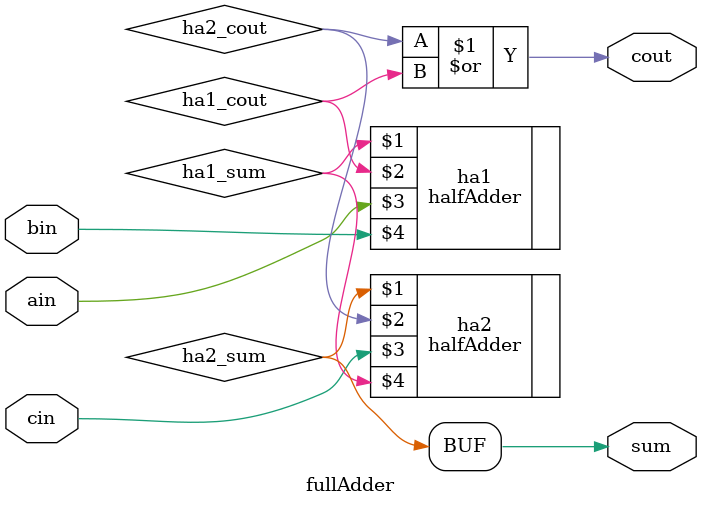
<source format=v>
module fullAdder(sum, cout, ain, bin, cin);
	input ain;
	input bin;
	input cin;
	
	output sum;
	output cout;
	
	wire ha1_sum;
	wire ha1_cout;
	wire ha2_sum;
	wire ha2_cout;

	halfAdder ha1(ha1_sum, ha1_cout, ain, bin);
	halfAdder ha2(ha2_sum, ha2_cout, cin, ha1_sum);
	or (cout, ha2_cout, ha1_cout);

	assign sum 	= ha2_sum;
endmodule

</source>
